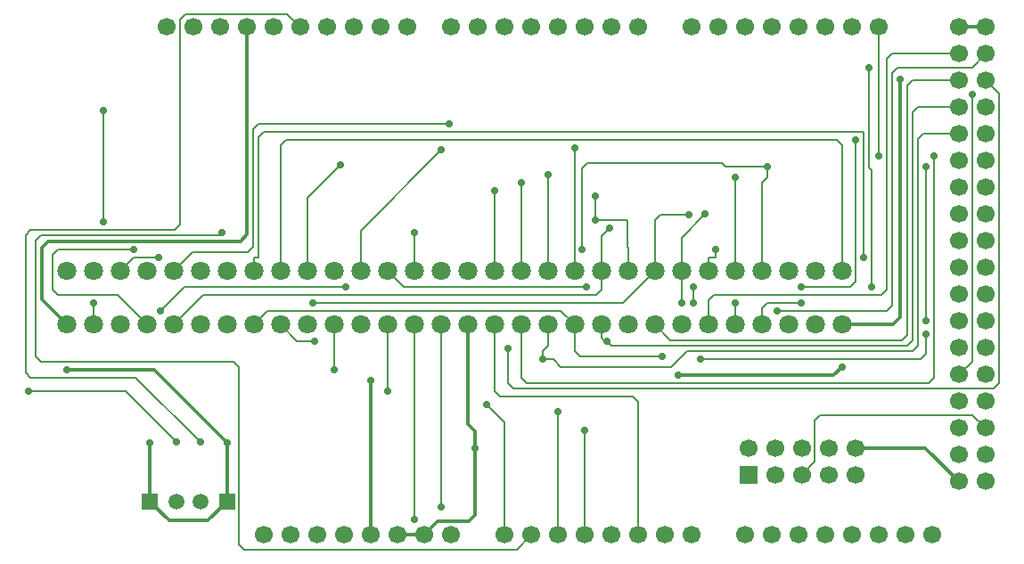
<source format=gbl>
G04 DipTrace 3.2.0.1*
G04 bottom.gbl*
%MOIN*%
G04 #@! TF.FileFunction,Copper,L2,Bot*
G04 #@! TF.Part,Single*
G04 #@! TA.AperFunction,Conductor*
%ADD13C,0.011811*%
%ADD14C,0.007874*%
G04 #@! TA.AperFunction,ComponentPad*
%ADD16C,0.059055*%
%ADD17R,0.059055X0.059055*%
%ADD18C,0.070866*%
%ADD19R,0.066929X0.066929*%
%ADD20C,0.066929*%
G04 #@! TA.AperFunction,ViaPad*
%ADD22C,0.027559*%
%FSLAX26Y26*%
G04*
G70*
G90*
G75*
G01*
G04 Bottom*
%LPD*%
X3581202Y1281201D2*
D13*
X3773819D1*
X3799781Y1307163D1*
Y2198012D1*
X4118702Y2393701D2*
X4018702D1*
X1818702Y1072051D2*
Y493701D1*
X3581202Y1123228D2*
X3550100Y1092126D1*
X2969789D1*
X3081202Y1281201D2*
D14*
Y1371756D1*
X3100887Y1391441D1*
X3728545D1*
X3748230Y1411126D1*
Y2274016D1*
X3767915Y2293701D1*
X4018702D1*
X1881202Y1281201D2*
Y1032685D1*
X3338049Y1332386D2*
X3748230D1*
X3767915Y1352071D1*
Y2223228D1*
X3787600Y2242913D1*
X4067915D1*
X4118702Y2293701D1*
X2881202Y1281201D2*
X2940749Y1221654D1*
X3807285D1*
X3826970Y1241339D1*
Y2174016D1*
X3846655Y2193701D1*
X4018702D1*
X1681202Y1281201D2*
Y1111421D1*
X2332387Y1190650D2*
Y1062598D1*
X2352072Y1042913D1*
X4148230D1*
X4167915Y1062598D1*
Y2144488D1*
X4118702Y2193701D1*
X4018702Y2093701D2*
X3866340D1*
X3846655Y2074016D1*
Y1221654D1*
X3826970Y1201969D1*
X2719100D1*
X2700891Y1220177D1*
X1610734D2*
X1542226D1*
X1481202Y1281201D1*
X2700891Y1220177D2*
Y1218701D1*
X2693702D1*
X2681202Y1231201D1*
Y1281201D1*
X2910734Y1162598D2*
X2600887D1*
X2581202Y1182283D1*
Y1281201D1*
X3691442Y1420972D2*
Y1857677D1*
X3681600Y1867520D1*
Y2242913D1*
X3051675Y1152756D2*
X3876182D1*
X3895867Y1172441D1*
Y1244492D1*
X2581202Y1281201D2*
X2530017Y1332386D1*
X1432387D1*
X1381202Y1281201D1*
X4018702Y1993701D2*
X3886025D1*
X3866340Y1974016D1*
Y1201969D1*
X3846655Y1182283D1*
X3002340D1*
X2943289Y1123232D1*
X2530419D1*
X2500891Y1152760D1*
X2461521D1*
Y1182287D1*
X2481202Y1201969D1*
Y1281201D1*
X1724356Y1420969D2*
X1120970D1*
X1032387Y1332386D1*
X2581202Y1481201D2*
Y1942909D1*
X2712702Y1642913D2*
X2681202Y1611413D1*
Y1481201D1*
Y1411126D1*
X2661517Y1391441D1*
X1191442D1*
X1081202Y1281201D1*
X2781202Y1481201D2*
Y1570933D1*
X2779552Y1572583D1*
Y1672441D1*
X2659946D1*
X932387Y1561913D2*
X649706D1*
X630021Y1542228D1*
Y1411126D1*
X649706Y1391441D1*
X870962D1*
X981202Y1281201D1*
X2659946Y1672441D2*
Y1762701D1*
X1602860Y1361913D2*
X2761915D1*
X2881202Y1481201D1*
Y1672441D1*
X2900887Y1692126D1*
X3009450D1*
X781202Y1281201D2*
Y1361913D1*
X2981202Y1481201D2*
Y1605110D1*
X3069793Y1693701D1*
X2981202Y1361913D2*
Y1481201D1*
X3109159Y1561913D2*
Y1532386D1*
X3081202D1*
Y1481201D1*
X1024356Y1532386D2*
X932387D1*
X881202Y1481201D1*
X3181202D2*
Y1833071D1*
X2113005Y2031496D2*
X1398041D1*
X1378356Y2011811D1*
Y1571756D1*
X1358671Y1552071D1*
X1152072D1*
X1081202Y1481201D1*
X3718702Y1911811D2*
Y2393701D1*
X3925395Y1911811D2*
Y1082283D1*
X3905710Y1062598D1*
X2400891D1*
X2381202Y1082287D1*
Y1281201D1*
Y1481201D2*
Y1811913D1*
X2381206D1*
X2618702Y883866D2*
Y493701D1*
X1981202Y1281201D2*
Y552756D1*
X3181202Y1281201D2*
Y1361913D1*
X3024356Y1420969D2*
Y1361913D1*
X2624356Y1420969D2*
X1941434D1*
X1881202Y1481201D1*
X2083482Y1933661D2*
X1781202Y1631382D1*
Y1481201D1*
X3430419Y1420969D2*
X3612702D1*
X3632387Y1440654D1*
Y1972441D1*
X3281202Y1281201D2*
Y1342228D1*
X3300887Y1361913D1*
X3430419D1*
X1705915Y1879134D2*
X1581202Y1754421D1*
Y1481201D1*
X4018702Y1093701D2*
X4067915Y1142913D1*
Y2142913D1*
X3581202Y1481201D2*
Y1952752D1*
X3561517Y1972437D1*
X1500890D1*
X1481202Y1952749D1*
Y1481201D1*
X3661915Y1532386D2*
Y2001969D1*
X1417726D1*
X1398041Y1982283D1*
Y1532386D1*
X1381202D1*
Y1481201D1*
X3895867Y1872441D2*
Y1293701D1*
X2610734Y1561913D2*
Y1864764D1*
X2630419Y1884449D1*
X3132682D1*
X3144690Y1872441D1*
X3300891D1*
Y1833075D1*
X3281202Y1813386D1*
Y1481201D1*
X681202Y1281201D2*
D13*
X588682Y1373720D1*
Y1569787D1*
X612304Y1593409D1*
X1333080D1*
X1356702Y1617031D1*
Y2393701D1*
X1918702Y493701D2*
X2018702D1*
X3631202Y818701D2*
X3893702D1*
X4018702Y693701D1*
X993702Y839472D2*
Y618701D1*
X2209045Y818705D2*
Y881705D1*
X2181202Y909547D1*
Y1281201D1*
X2018702Y493701D2*
X2069883Y544882D1*
X2185423D1*
X2209045Y568504D1*
Y818705D1*
X1281202Y839472D2*
X1008549Y1112126D1*
X681202D1*
X1281202Y618701D2*
Y839472D1*
X993702Y618701D2*
X1064568Y547835D1*
X1210336D1*
X1281202Y618701D1*
X2251675Y983346D2*
D14*
X2318702Y916319D1*
Y493701D1*
X2481202Y1481201D2*
Y1841441D1*
X2281202Y1281201D2*
Y1032559D1*
X2300887Y1012874D1*
X2799017D1*
X2818702Y993189D1*
Y493701D1*
X2281202Y1481201D2*
Y1782386D1*
X2281206D1*
X2518702Y953819D2*
Y493701D1*
X3431202Y718701D2*
X3480419Y767917D1*
Y923228D1*
X3500104Y942913D1*
X4069490D1*
X4118702Y893701D1*
X2081202Y1281201D2*
Y597051D1*
X1981202Y1481201D2*
Y1624906D1*
X1981206D1*
X2418702Y493701D2*
X2364450Y439449D1*
X1346163D1*
X1326478Y459134D1*
Y1121969D1*
X1306793Y1141654D1*
X586714D1*
X567029Y1161339D1*
Y1595378D1*
X586714Y1615063D1*
X1260930D1*
Y1624906D1*
X1181202Y840945D2*
X939549Y1082598D1*
X547343D1*
X527659Y1102282D1*
Y1615063D1*
X547344Y1634748D1*
X1086230D1*
X1105915Y1654433D1*
Y2423228D1*
X1125600Y2442913D1*
X1507490D1*
X1556702Y2393701D1*
X537505Y1033382D2*
X901265D1*
X1093702Y840945D1*
X818115Y2083402D2*
Y1664276D1*
D22*
X3799781Y2198012D3*
X1818702Y1072051D3*
X2969789Y1092126D3*
X3581202Y1123228D3*
X1881202Y1032685D3*
X3338049Y1332386D3*
X1681202Y1111421D3*
X2332387Y1190650D3*
X1610734Y1220177D3*
X2700891D3*
X3681600Y2242913D3*
X3691442Y1420972D3*
X3895867Y1244492D3*
X3051675Y1152756D3*
X2910734Y1162598D3*
X2461521Y1152760D3*
X1032387Y1332386D3*
X1724356Y1420969D3*
X2581202Y1942909D3*
X2712702Y1642913D3*
X2659946Y1672441D3*
Y1762701D3*
X932387Y1561913D3*
X3009450Y1692126D3*
X1602860Y1361913D3*
X3069793Y1693701D3*
X2981202Y1361913D3*
X781202D3*
X1024356Y1532386D3*
X3109159Y1561913D3*
X3181202Y1833071D3*
X2113005Y2031496D3*
X3718702Y1911811D3*
X3925395D3*
X2381206Y1811913D3*
X2618702Y883866D3*
X1981202Y552756D3*
X3181202Y1361913D3*
X3024356D3*
Y1420969D3*
X2624356D3*
X2083482Y1933661D3*
X3632387Y1972441D3*
X3430419Y1420969D3*
Y1361913D3*
X1705915Y1879134D3*
X4067915Y2142913D3*
X3661915Y1532386D3*
X3895867Y1293701D3*
Y1872441D3*
X2610734Y1561913D3*
X3300891Y1872441D3*
X2209045Y818705D3*
X681202Y1112126D3*
X993702Y839472D3*
X1281202D3*
X2251675Y983346D3*
X2481202Y1841441D3*
X2281206Y1782386D3*
X2518702Y953819D3*
X2081202Y597051D3*
X1981206Y1624906D3*
X1260930D3*
X1181202Y840945D3*
X1093702D3*
X537505Y1033382D3*
X818115Y1664276D3*
Y2083402D3*
D16*
X1093702Y618701D3*
D17*
X993702D3*
D16*
X1181202D3*
D17*
X1281202D3*
D18*
X3581202Y1481201D3*
Y1281201D3*
X3481202Y1481201D3*
Y1281201D3*
X3081202Y1481201D3*
Y1281201D3*
X2981202Y1481201D3*
Y1281201D3*
X2881202Y1481201D3*
Y1281201D3*
X2581202D3*
Y1481201D3*
X2481202D3*
Y1281201D3*
X2081202D3*
X1981202D3*
X1881202D3*
X1781202D3*
X1681202D3*
X681202D3*
X781202D3*
X881202D3*
X981202D3*
X1081202D3*
X1181202D3*
X1281202D3*
X1381202D3*
X1481202D3*
X1581202D3*
X2081202Y1481201D3*
X1981202D3*
X1881202D3*
X1781202D3*
X1681202D3*
X1581202D3*
X1481202D3*
X1381202D3*
X1281202D3*
X1181202D3*
X1081202D3*
X981202D3*
X881202D3*
X781202D3*
X681202D3*
X2181202Y1281201D3*
Y1481201D3*
X2281202D3*
Y1281201D3*
X2381202Y1481201D3*
Y1281201D3*
X2681202D3*
Y1481201D3*
X2781202D3*
Y1281201D3*
X3181202D3*
Y1481201D3*
X3281202Y1281201D3*
Y1481201D3*
X3381202Y1281201D3*
Y1481201D3*
D19*
X3231202Y718701D3*
D20*
Y818701D3*
X3331202Y718701D3*
Y818701D3*
X3431202Y718701D3*
Y818701D3*
X3531202Y718701D3*
Y818701D3*
X3631202Y718701D3*
Y818701D3*
X4118702Y693701D3*
Y793701D3*
Y893701D3*
Y993701D3*
Y1093701D3*
Y1193701D3*
Y1293701D3*
Y1393701D3*
Y1493701D3*
Y1593701D3*
Y1693701D3*
Y1793701D3*
Y1893701D3*
Y1993701D3*
Y2093701D3*
Y2193701D3*
Y2293701D3*
X4018702Y2393701D3*
Y693701D3*
Y793701D3*
Y893701D3*
Y993701D3*
Y1093701D3*
Y1193701D3*
Y1293701D3*
Y1393701D3*
Y1493701D3*
Y1593701D3*
Y1693701D3*
Y1793701D3*
Y1893701D3*
Y1993701D3*
Y2093701D3*
Y2193701D3*
Y2293701D3*
X4118702Y2393701D3*
X1918702Y493701D3*
X1718702D3*
X1618702D3*
X1518702D3*
X1418702D3*
X2818702D3*
X2718702D3*
X2618702D3*
X2518702D3*
X2418702D3*
X2318702D3*
X1956702Y2393701D3*
X1856702D3*
X1756702D3*
X1656702D3*
X1556702D3*
X1456702D3*
X1356702D3*
X1255702D3*
X1156702D3*
X1056702D3*
X2818702D3*
X2718702D3*
X2618702D3*
X2518702D3*
X2418702D3*
X2318702D3*
X2218702D3*
X2118702D3*
X3018702D3*
X3118702D3*
X3218702D3*
X3318702D3*
X3418702D3*
X3518702D3*
X3618702D3*
X3718702D3*
X2918702Y493701D3*
X3018702D3*
X3218702D3*
X3318702D3*
X3418702D3*
X3518702D3*
X3618702D3*
X3718702D3*
X3818702D3*
X3918702D3*
X1818702D3*
X2118702D3*
X2018702D3*
M02*

</source>
